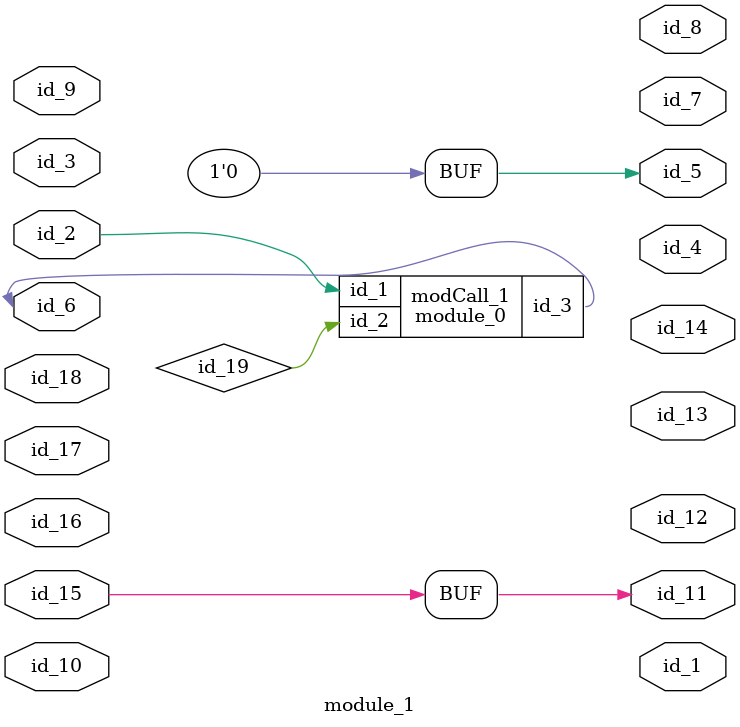
<source format=v>
module module_0 (
    id_1,
    id_2,
    id_3
);
  inout wire id_3;
  input wire id_2;
  input wire id_1;
  genvar id_4;
endmodule
module module_1 (
    id_1,
    id_2,
    id_3,
    id_4,
    id_5,
    id_6,
    id_7,
    id_8,
    id_9,
    id_10,
    id_11,
    id_12,
    id_13,
    id_14,
    id_15,
    id_16,
    id_17,
    id_18
);
  input wire id_18;
  input wire id_17;
  inout wire id_16;
  inout wire id_15;
  output wire id_14;
  output wire id_13;
  output wire id_12;
  output wire id_11;
  input wire id_10;
  input wire id_9;
  output wire id_8;
  output wire id_7;
  inout wire id_6;
  output wire id_5;
  output wire id_4;
  input wire id_3;
  input wire id_2;
  output wire id_1;
  wire id_19;
  module_0 modCall_1 (
      id_2,
      id_19,
      id_6
  );
  assign id_5 = 1'b0;
  assign id_11[1'b0] = {1, id_15};
  wire id_20;
endmodule

</source>
